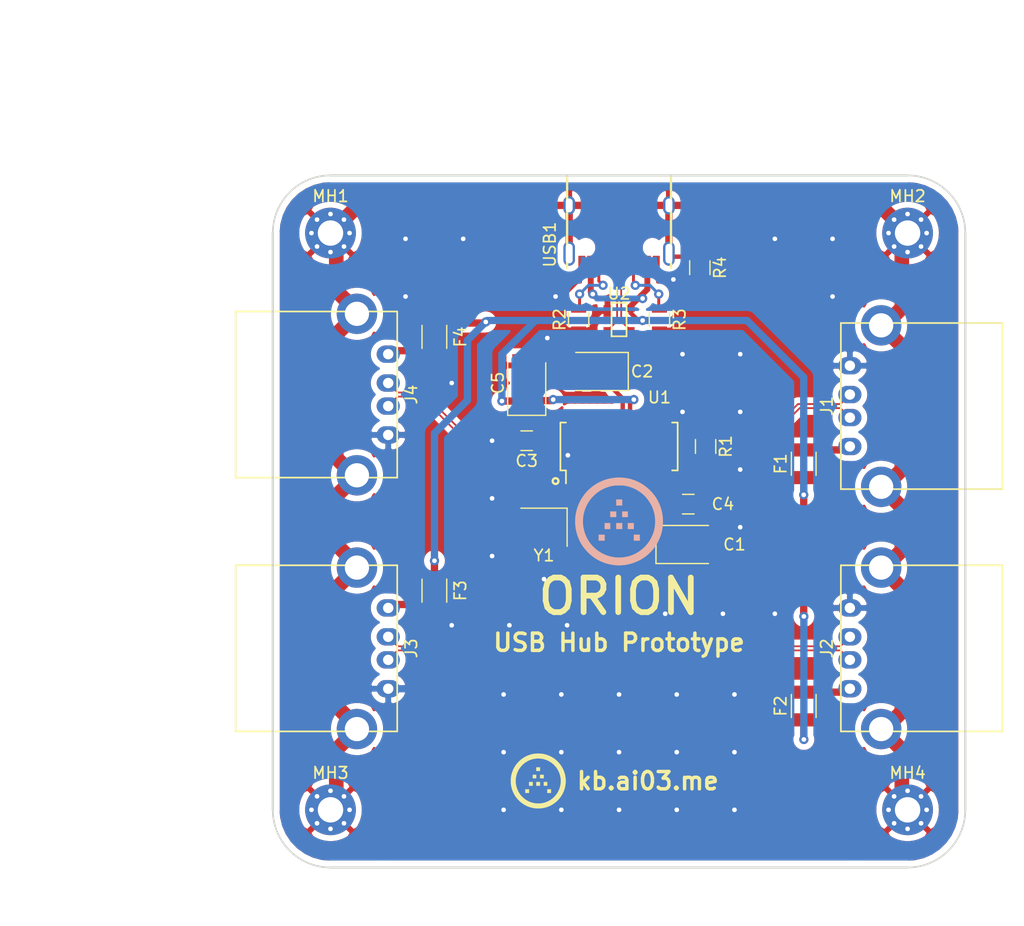
<source format=kicad_pcb>
(kicad_pcb (version 20171130) (host pcbnew "(5.0.2)-1")
  (layers (0 F.Cu signal) (31 B.Cu signal) (34 B.Paste user) (35 F.Paste user) (36 B.SilkS user) (37 F.SilkS user) (38 B.Mask user) (39 F.Mask user) (44 Edge.Cuts user))
  (net 0 "")
  (net 1 +1V8)
  (net 2 GND)
  (net 3 +3V3)
  (net 4 +5V)
  (net 5 "Net-(R1-Pad1)")
  (net 6 "Net-(R2-Pad2)")
  (net 7 "Net-(R3-Pad2)")
  (net 8 "Net-(U1-Pad27)")
  (net 9 "Net-(U1-Pad25)")
  (net 10 "Net-(U1-Pad24)")
  (net 11 "Net-(U1-Pad23)")
  (net 12 "Net-(U1-Pad22)")
  (net 13 "Net-(U1-Pad3)")
  (net 14 "Net-(U1-Pad2)")
  (net 15 "Net-(USB1-Pad9)")
  (net 16 "Net-(USB1-Pad3)")
  (net 17 "Net-(F1-Pad2)")
  (net 18 "Net-(F2-Pad2)")
  (net 19 "Net-(F3-Pad2)")
  (net 20 D1-)
  (net 21 D1+)
  (net 22 D2+)
  (net 23 D2-)
  (net 24 D3-)
  (net 25 D3+)
  (net 26 D4+)
  (net 27 D4-)
  (net 28 DU+)
  (net 29 DU-)
  (net 30 "Net-(F4-Pad2)")
  (net 31 GNDA)
  (module Capacitors_Tantalum_SMD:CP_Tantalum_Case-B_EIA-3528-21_Reflow (layer F.Cu) (at 86 72)
    (fp_text reference C1 (at 4 0) (layer F.SilkS))
    (fp_text value 10uF)
    (pad 1 smd rect (at -1.525 0) (size 1.95 2.5) (layers F.Cu F.Paste F.Mask) (net 1 +1V8))
    (pad 2 smd rect (at 1.525 0) (size 1.95 2.5) (layers F.Cu F.Paste F.Mask) (net 2 GND))
  )
  (module Capacitors_Tantalum_SMD:CP_Tantalum_Case-B_EIA-3528-21_Reflow (layer F.Cu) (at 78 57 180)
    (fp_text reference C2 (at -4 0 180) (layer F.SilkS))
    (fp_text value 10uF)
    (pad 2 smd rect (at 1.525 0 180) (size 1.95 2.5) (layers F.Cu F.Paste F.Mask) (net 2 GND))
    (pad 1 smd rect (at -1.525 0 180) (size 1.95 2.5) (layers F.Cu F.Paste F.Mask) (net 3 +3V3))
  )
  (module Capacitors_SMD:C_0805 (layer F.Cu) (at 72 63 180)
    (fp_text reference C3 (at 0 -1.75 180) (layer F.SilkS))
    (fp_text value 0.1uF)
    (pad 2 smd rect (at 1 0 180) (size 1 1.25) (layers F.Cu F.Paste F.Mask) (net 2 GND))
    (pad 1 smd rect (at -1 0 180) (size 1 1.25) (layers F.Cu F.Paste F.Mask) (net 1 +1V8))
  )
  (module Capacitors_SMD:C_0805 (layer F.Cu) (at 86 68.5)
    (fp_text reference C4 (at 3 0) (layer F.SilkS))
    (fp_text value 0.1uF)
    (pad 1 smd rect (at -1 0) (size 1 1.25) (layers F.Cu F.Paste F.Mask) (net 3 +3V3))
    (pad 2 smd rect (at 1 0) (size 1 1.25) (layers F.Cu F.Paste F.Mask) (net 2 GND))
  )
  (module Capacitors_Tantalum_SMD:CP_Tantalum_Case-B_EIA-3528-21_Reflow (layer F.Cu) (at 72 58 90)
    (fp_text reference C5 (at 0 -2.5 90) (layer F.SilkS))
    (fp_text value 10uF)
    (pad 2 smd rect (at 1.525 0 90) (size 1.95 2.5) (layers F.Cu F.Paste F.Mask) (net 2 GND))
    (pad 1 smd rect (at -1.525 0 90) (size 1.95 2.5) (layers F.Cu F.Paste F.Mask) (net 4 +5V))
  )
  (module random-keyboard-parts:USB-A-Generic (layer F.Cu) (at 100 60 90)
    (fp_text reference J1 (at 0 -2 90) (layer F.SilkS))
    (fp_text value USB_A)
    (pad 1 thru_hole oval (at -3.5 0 90) (size 1.5 2) (drill 0.9) (layers *.Cu *.Mask) (net 17 "Net-(F1-Pad2)"))
    (pad 5 thru_hole circle (at 7 2.71 90) (size 3.5 3.5) (drill 2.1) (layers *.Cu *.Mask) (net 31 GNDA))
    (pad 2 thru_hole oval (at -1 0 90) (size 1.5 2) (drill 0.9) (layers *.Cu *.Mask) (net 20 D1-))
    (pad 3 thru_hole oval (at 1 0 90) (size 1.5 2) (drill 0.9) (layers *.Cu *.Mask) (net 21 D1+))
    (pad 4 thru_hole oval (at 3.5 0 90) (size 1.5 2) (drill 0.9) (layers *.Cu *.Mask) (net 2 GND))
    (pad 5 thru_hole circle (at -7 2.71 90) (size 3.5 3.5) (drill 2.1) (layers *.Cu *.Mask) (net 31 GNDA))
  )
  (module random-keyboard-parts:USB-A-Generic (layer F.Cu) (at 100 81 90)
    (fp_text reference J2 (at 0 -2 90) (layer F.SilkS))
    (fp_text value USB_A)
    (pad 5 thru_hole circle (at -7 2.71 90) (size 3.5 3.5) (drill 2.1) (layers *.Cu *.Mask) (net 31 GNDA))
    (pad 4 thru_hole oval (at 3.5 0 90) (size 1.5 2) (drill 0.9) (layers *.Cu *.Mask) (net 2 GND))
    (pad 3 thru_hole oval (at 1 0 90) (size 1.5 2) (drill 0.9) (layers *.Cu *.Mask) (net 22 D2+))
    (pad 2 thru_hole oval (at -1 0 90) (size 1.5 2) (drill 0.9) (layers *.Cu *.Mask) (net 23 D2-))
    (pad 5 thru_hole circle (at 7 2.71 90) (size 3.5 3.5) (drill 2.1) (layers *.Cu *.Mask) (net 31 GNDA))
    (pad 1 thru_hole oval (at -3.5 0 90) (size 1.5 2) (drill 0.9) (layers *.Cu *.Mask) (net 18 "Net-(F2-Pad2)"))
  )
  (module random-keyboard-parts:USB-A-Generic (layer F.Cu) (at 60 81 270)
    (fp_text reference J3 (at 0 -2 270) (layer F.SilkS))
    (fp_text value USB_A)
    (pad 1 thru_hole oval (at -3.5 0 270) (size 1.5 2) (drill 0.9) (layers *.Cu *.Mask) (net 19 "Net-(F3-Pad2)"))
    (pad 5 thru_hole circle (at 7 2.71 270) (size 3.5 3.5) (drill 2.1) (layers *.Cu *.Mask) (net 31 GNDA))
    (pad 2 thru_hole oval (at -1 0 270) (size 1.5 2) (drill 0.9) (layers *.Cu *.Mask) (net 24 D3-))
    (pad 3 thru_hole oval (at 1 0 270) (size 1.5 2) (drill 0.9) (layers *.Cu *.Mask) (net 25 D3+))
    (pad 4 thru_hole oval (at 3.5 0 270) (size 1.5 2) (drill 0.9) (layers *.Cu *.Mask) (net 2 GND))
    (pad 5 thru_hole circle (at -7 2.71 270) (size 3.5 3.5) (drill 2.1) (layers *.Cu *.Mask) (net 31 GNDA))
  )
  (module random-keyboard-parts:USB-A-Generic (layer F.Cu) (at 60 59 270)
    (fp_text reference J4 (at 0 -2 270) (layer F.SilkS))
    (fp_text value USB_A)
    (pad 5 thru_hole circle (at -7 2.71 270) (size 3.5 3.5) (drill 2.1) (layers *.Cu *.Mask) (net 31 GNDA))
    (pad 4 thru_hole oval (at 3.5 0 270) (size 1.5 2) (drill 0.9) (layers *.Cu *.Mask) (net 2 GND))
    (pad 3 thru_hole oval (at 1 0 270) (size 1.5 2) (drill 0.9) (layers *.Cu *.Mask) (net 26 D4+))
    (pad 2 thru_hole oval (at -1 0 270) (size 1.5 2) (drill 0.9) (layers *.Cu *.Mask) (net 27 D4-))
    (pad 5 thru_hole circle (at 7 2.71 270) (size 3.5 3.5) (drill 2.1) (layers *.Cu *.Mask) (net 31 GNDA))
    (pad 1 thru_hole oval (at -3.5 0 270) (size 1.5 2) (drill 0.9) (layers *.Cu *.Mask) (net 30 "Net-(F4-Pad2)"))
  )
  (module Resistors_SMD:R_0805 (layer F.Cu) (at 87.5 63.5 90)
    (fp_text reference R1 (at 0 1.75 90) (layer F.SilkS))
    (fp_text value 2.7k)
    (pad 2 smd rect (at 0.95 0 90) (size 0.7 1.3) (layers F.Cu F.Paste F.Mask) (net 2 GND))
    (pad 1 smd rect (at -0.95 0 90) (size 0.7 1.3) (layers F.Cu F.Paste F.Mask) (net 5 "Net-(R1-Pad1)"))
  )
  (module Resistors_SMD:R_0805 (layer F.Cu) (at 76.5 52.5 90)
    (fp_text reference R2 (at 0 -1.65 90) (layer F.SilkS))
    (fp_text value 5.1k)
    (pad 1 smd rect (at -0.95 0 90) (size 0.7 1.3) (layers F.Cu F.Paste F.Mask) (net 2 GND))
    (pad 2 smd rect (at 0.95 0 90) (size 0.7 1.3) (layers F.Cu F.Paste F.Mask) (net 6 "Net-(R2-Pad2)"))
  )
  (module Resistors_SMD:R_0805 (layer F.Cu) (at 83.5 52.5 90)
    (fp_text reference R3 (at 0 1.75 90) (layer F.SilkS))
    (fp_text value 5.1k)
    (pad 2 smd rect (at 0.95 0 90) (size 0.7 1.3) (layers F.Cu F.Paste F.Mask) (net 7 "Net-(R3-Pad2)"))
    (pad 1 smd rect (at -0.95 0 90) (size 0.7 1.3) (layers F.Cu F.Paste F.Mask) (net 2 GND))
  )
  (module Housings_SSOP:SSOP-28_3.9x9.9mm_Pitch0.635mm (layer F.Cu) (at 80 63.5 90)
    (fp_text reference U1 (at 4.25 3.5 180) (layer F.SilkS))
    (fp_text value FE1.1s)
    (pad 28 smd rect (at 2.6 -4.1275 90) (size 1.2 0.4) (layers F.Cu F.Paste F.Mask) (net 1 +1V8))
    (pad 27 smd rect (at 2.6 -3.4925 90) (size 1.2 0.4) (layers F.Cu F.Paste F.Mask) (net 8 "Net-(U1-Pad27)"))
    (pad 26 smd rect (at 2.6 -2.8575 90) (size 1.2 0.4) (layers F.Cu F.Paste F.Mask) (net 3 +3V3))
    (pad 25 smd rect (at 2.6 -2.2225 90) (size 1.2 0.4) (layers F.Cu F.Paste F.Mask) (net 9 "Net-(U1-Pad25)"))
    (pad 24 smd rect (at 2.6 -1.5875 90) (size 1.2 0.4) (layers F.Cu F.Paste F.Mask) (net 10 "Net-(U1-Pad24)"))
    (pad 23 smd rect (at 2.6 -0.9525 90) (size 1.2 0.4) (layers F.Cu F.Paste F.Mask) (net 11 "Net-(U1-Pad23)"))
    (pad 22 smd rect (at 2.6 -0.3175 90) (size 1.2 0.4) (layers F.Cu F.Paste F.Mask) (net 12 "Net-(U1-Pad22)"))
    (pad 21 smd rect (at 2.6 0.3175 90) (size 1.2 0.4) (layers F.Cu F.Paste F.Mask) (net 3 +3V3))
    (pad 20 smd rect (at 2.6 0.9525 90) (size 1.2 0.4) (layers F.Cu F.Paste F.Mask) (net 4 +5V))
    (pad 19 smd rect (at 2.6 1.5875 90) (size 1.2 0.4) (layers F.Cu F.Paste F.Mask) (net 3 +3V3))
    (pad 18 smd rect (at 2.6 2.2225 90) (size 1.2 0.4) (layers F.Cu F.Paste F.Mask) (net 3 +3V3))
    (pad 17 smd rect (at 2.6 2.8575 90) (size 1.2 0.4) (layers F.Cu F.Paste F.Mask) (net 3 +3V3))
    (pad 16 smd rect (at 2.6 3.4925 90) (size 1.2 0.4) (layers F.Cu F.Paste F.Mask) (net 28 DU+))
    (pad 15 smd rect (at 2.6 4.1275 90) (size 1.2 0.4) (layers F.Cu F.Paste F.Mask) (net 29 DU-))
    (pad 14 smd rect (at -2.6 4.1275 90) (size 1.2 0.4) (layers F.Cu F.Paste F.Mask) (net 5 "Net-(R1-Pad1)"))
    (pad 13 smd rect (at -2.6 3.4925 90) (size 1.2 0.4) (layers F.Cu F.Paste F.Mask) (net 3 +3V3))
    (pad 12 smd rect (at -2.6 2.8575 90) (size 1.2 0.4) (layers F.Cu F.Paste F.Mask) (net 1 +1V8))
    (pad 11 smd rect (at -2.6 2.2225 90) (size 1.2 0.4) (layers F.Cu F.Paste F.Mask) (net 21 D1+))
    (pad 10 smd rect (at -2.6 1.5875 90) (size 1.2 0.4) (layers F.Cu F.Paste F.Mask) (net 20 D1-))
    (pad 9 smd rect (at -2.6 0.9525 90) (size 1.2 0.4) (layers F.Cu F.Paste F.Mask) (net 22 D2+))
    (pad 8 smd rect (at -2.6 0.3175 90) (size 1.2 0.4) (layers F.Cu F.Paste F.Mask) (net 23 D2-))
    (pad 7 smd rect (at -2.6 -0.3175 90) (size 1.2 0.4) (layers F.Cu F.Paste F.Mask) (net 25 D3+))
    (pad 6 smd rect (at -2.6 -0.9525 90) (size 1.2 0.4) (layers F.Cu F.Paste F.Mask) (net 24 D3-))
    (pad 5 smd rect (at -2.6 -1.5875 90) (size 1.2 0.4) (layers F.Cu F.Paste F.Mask) (net 26 D4+))
    (pad 4 smd rect (at -2.6 -2.2225 90) (size 1.2 0.4) (layers F.Cu F.Paste F.Mask) (net 27 D4-))
    (pad 3 smd rect (at -2.6 -2.8575 90) (size 1.2 0.4) (layers F.Cu F.Paste F.Mask) (net 13 "Net-(U1-Pad3)"))
    (pad 2 smd rect (at -2.6 -3.4925 90) (size 1.2 0.4) (layers F.Cu F.Paste F.Mask) (net 14 "Net-(U1-Pad2)"))
    (pad 1 smd rect (at -2.6 -4.1275 90) (size 1.2 0.4) (layers F.Cu F.Paste F.Mask) (net 2 GND))
  )
  (module Type-C:HRO-TYPE-C-31-M-12-Assembly (layer F.Cu) (at 80 40 180)
    (fp_text reference USB1 (at 6 -6 270) (layer F.SilkS))
    (fp_text value HRO-TYPE-C-31-M-12)
    (pad 13 thru_hole oval (at 4.32 -2.6 180) (size 1 1.6) (drill oval 0.6 1.2) (layers *.Cu *.Mask) (net 31 GNDA))
    (pad 13 thru_hole oval (at -4.32 -2.6 180) (size 1 1.6) (drill oval 0.6 1.2) (layers *.Cu *.Mask) (net 31 GNDA))
    (pad 13 thru_hole oval (at 4.32 -6.78 180) (size 1 2.1) (drill oval 0.6 1.7) (layers *.Cu *.Mask) (net 31 GNDA))
    (pad 13 thru_hole oval (at -4.32 -6.78 180) (size 1 2.1) (drill oval 0.6 1.7) (layers *.Cu *.Mask) (net 31 GNDA))
    (pad "" np_thru_hole circle (at -2.89 -6.25 180) (size 0.65 0.65) (drill 0.65) (layers *.Cu *.Mask))
    (pad "" np_thru_hole circle (at 2.89 -6.25 180) (size 0.65 0.65) (drill 0.65) (layers *.Cu *.Mask))
    (pad 6 smd rect (at -0.25 -7.695 180) (size 0.3 1.45) (layers F.Cu F.Paste F.Mask) (net 28 DU+))
    (pad 7 smd rect (at 0.25 -7.695 180) (size 0.3 1.45) (layers F.Cu F.Paste F.Mask) (net 29 DU-))
    (pad 8 smd rect (at 0.75 -7.695 180) (size 0.3 1.45) (layers F.Cu F.Paste F.Mask) (net 28 DU+))
    (pad 5 smd rect (at -0.75 -7.695 180) (size 0.3 1.45) (layers F.Cu F.Paste F.Mask) (net 29 DU-))
    (pad 9 smd rect (at 1.25 -7.695 180) (size 0.3 1.45) (layers F.Cu F.Paste F.Mask) (net 15 "Net-(USB1-Pad9)"))
    (pad 4 smd rect (at -1.25 -7.695 180) (size 0.3 1.45) (layers F.Cu F.Paste F.Mask) (net 7 "Net-(R3-Pad2)"))
    (pad 10 smd rect (at 1.75 -7.695 180) (size 0.3 1.45) (layers F.Cu F.Paste F.Mask) (net 6 "Net-(R2-Pad2)"))
    (pad 3 smd rect (at -1.75 -7.695 180) (size 0.3 1.45) (layers F.Cu F.Paste F.Mask) (net 16 "Net-(USB1-Pad3)"))
    (pad 2 smd rect (at -2.45 -7.695 180) (size 0.6 1.45) (layers F.Cu F.Paste F.Mask) (net 4 +5V))
    (pad 11 smd rect (at 2.45 -7.695 180) (size 0.6 1.45) (layers F.Cu F.Paste F.Mask) (net 4 +5V))
    (pad 1 smd rect (at -3.225 -7.695 180) (size 0.6 1.45) (layers F.Cu F.Paste F.Mask) (net 2 GND))
    (pad 12 smd rect (at 3.225 -7.695 180) (size 0.6 1.45) (layers F.Cu F.Paste F.Mask) (net 2 GND))
  )
  (module Crystals:Crystal_SMD_3225-4pin_3.2x2.5mm (layer F.Cu) (at 73.5 70.5 180)
    (fp_text reference Y1 (at 0 -2.45 180) (layer F.SilkS))
    (fp_text value 12MHz)
    (pad 4 smd rect (at -1.1 -0.85 180) (size 1.4 1.2) (layers F.Cu F.Paste F.Mask) (net 2 GND))
    (pad 3 smd rect (at 1.1 -0.85 180) (size 1.4 1.2) (layers F.Cu F.Paste F.Mask) (net 13 "Net-(U1-Pad3)"))
    (pad 2 smd rect (at 1.1 0.85 180) (size 1.4 1.2) (layers F.Cu F.Paste F.Mask) (net 2 GND))
    (pad 1 smd rect (at -1.1 0.85 180) (size 1.4 1.2) (layers F.Cu F.Paste F.Mask) (net 14 "Net-(U1-Pad2)"))
  )
  (module random-keyboard-parts:SOT143B (layer F.Cu) (at 80 52.5 270)
    (fp_text reference U2 (at -2.25 0) (layer F.SilkS))
    (fp_text value PRTR5V0U2X)
    (pad 3 smd rect (at 0.95 -1 270) (size 0.6 0.7) (layers F.Cu F.Paste F.Mask) (net 29 DU-))
    (pad 2 smd rect (at 0.95 1 270) (size 0.6 0.7) (layers F.Cu F.Paste F.Mask) (net 28 DU+))
    (pad 4 smd rect (at -0.95 -1 270) (size 0.6 0.7) (layers F.Cu F.Paste F.Mask) (net 4 +5V))
    (pad 1 smd rect (at -0.75 1 270) (size 1 0.7) (layers F.Cu F.Paste F.Mask) (net 2 GND))
  )
  (module Fuse_Holders_and_Fuses:Fuse_SMD1206_Reflow (layer F.Cu) (at 96 65 90)
    (fp_text reference F1 (at 0 -2 90) (layer F.SilkS))
    (fp_text value 500mA)
    (pad 1 smd rect (at -1.2 0 180) (size 2.03 1.14) (layers F.Cu F.Paste F.Mask) (net 4 +5V))
    (pad 2 smd rect (at 1.2 0 180) (size 2.03 1.14) (layers F.Cu F.Paste F.Mask) (net 17 "Net-(F1-Pad2)"))
  )
  (module Fuse_Holders_and_Fuses:Fuse_SMD1206_Reflow (layer F.Cu) (at 96 86 90)
    (fp_text reference F2 (at 0 -2 90) (layer F.SilkS))
    (fp_text value 500mA)
    (pad 2 smd rect (at 1.2 0 180) (size 2.03 1.14) (layers F.Cu F.Paste F.Mask) (net 18 "Net-(F2-Pad2)"))
    (pad 1 smd rect (at -1.2 0 180) (size 2.03 1.14) (layers F.Cu F.Paste F.Mask) (net 4 +5V))
  )
  (module Fuse_Holders_and_Fuses:Fuse_SMD1206_Reflow (layer F.Cu) (at 64 76 270)
    (fp_text reference F3 (at 0 -2.25 270) (layer F.SilkS))
    (fp_text value 500mA)
    (pad 1 smd rect (at -1.2 0) (size 2.03 1.14) (layers F.Cu F.Paste F.Mask) (net 4 +5V))
    (pad 2 smd rect (at 1.2 0) (size 2.03 1.14) (layers F.Cu F.Paste F.Mask) (net 19 "Net-(F3-Pad2)"))
  )
  (module Fuse_Holders_and_Fuses:Fuse_SMD1206_Reflow (layer F.Cu) (at 64 54 270)
    (fp_text reference F4 (at 0 -2.25 270) (layer F.SilkS))
    (fp_text value 500mA)
    (pad 2 smd rect (at 1.2 0) (size 2.03 1.14) (layers F.Cu F.Paste F.Mask) (net 30 "Net-(F4-Pad2)"))
    (pad 1 smd rect (at -1.2 0) (size 2.03 1.14) (layers F.Cu F.Paste F.Mask) (net 4 +5V))
  )
  (module Mounting_Holes:MountingHole_2.2mm_M2_Pad_Via (layer F.Cu) (at 55 45)
    (fp_text reference MH1 (at 0 -3.2) (layer F.SilkS))
    (fp_text value Mounting-Hole-M2)
    (pad 1 thru_hole circle (at 0 0) (size 4.4 4.4) (drill 2.2) (layers *.Cu *.Mask) (net 31 GNDA))
    (pad 1 thru_hole circle (at 1.65 0) (size 0.7 0.7) (drill 0.4) (layers *.Cu *.Mask) (net 31 GNDA))
    (pad 1 thru_hole circle (at 1.166726 1.166726) (size 0.7 0.7) (drill 0.4) (layers *.Cu *.Mask) (net 31 GNDA))
    (pad 1 thru_hole circle (at 0 1.65) (size 0.7 0.7) (drill 0.4) (layers *.Cu *.Mask) (net 31 GNDA))
    (pad 1 thru_hole circle (at -1.166726 1.166726) (size 0.7 0.7) (drill 0.4) (layers *.Cu *.Mask) (net 31 GNDA))
    (pad 1 thru_hole circle (at -1.65 0) (size 0.7 0.7) (drill 0.4) (layers *.Cu *.Mask) (net 31 GNDA))
    (pad 1 thru_hole circle (at -1.166726 -1.166726) (size 0.7 0.7) (drill 0.4) (layers *.Cu *.Mask) (net 31 GNDA))
    (pad 1 thru_hole circle (at 0 -1.65) (size 0.7 0.7) (drill 0.4) (layers *.Cu *.Mask) (net 31 GNDA))
    (pad 1 thru_hole circle (at 1.166726 -1.166726) (size 0.7 0.7) (drill 0.4) (layers *.Cu *.Mask) (net 31 GNDA))
  )
  (module Mounting_Holes:MountingHole_2.2mm_M2_Pad_Via (layer F.Cu) (at 105 45)
    (fp_text reference MH2 (at 0 -3.2) (layer F.SilkS))
    (fp_text value Mounting-Hole-M2)
    (pad 1 thru_hole circle (at 1.166726 -1.166726) (size 0.7 0.7) (drill 0.4) (layers *.Cu *.Mask) (net 31 GNDA))
    (pad 1 thru_hole circle (at 0 -1.65) (size 0.7 0.7) (drill 0.4) (layers *.Cu *.Mask) (net 31 GNDA))
    (pad 1 thru_hole circle (at -1.166726 -1.166726) (size 0.7 0.7) (drill 0.4) (layers *.Cu *.Mask) (net 31 GNDA))
    (pad 1 thru_hole circle (at -1.65 0) (size 0.7 0.7) (drill 0.4) (layers *.Cu *.Mask) (net 31 GNDA))
    (pad 1 thru_hole circle (at -1.166726 1.166726) (size 0.7 0.7) (drill 0.4) (layers *.Cu *.Mask) (net 31 GNDA))
    (pad 1 thru_hole circle (at 0 1.65) (size 0.7 0.7) (drill 0.4) (layers *.Cu *.Mask) (net 31 GNDA))
    (pad 1 thru_hole circle (at 1.166726 1.166726) (size 0.7 0.7) (drill 0.4) (layers *.Cu *.Mask) (net 31 GNDA))
    (pad 1 thru_hole circle (at 1.65 0) (size 0.7 0.7) (drill 0.4) (layers *.Cu *.Mask) (net 31 GNDA))
    (pad 1 thru_hole circle (at 0 0) (size 4.4 4.4) (drill 2.2) (layers *.Cu *.Mask) (net 31 GNDA))
  )
  (module Mounting_Holes:MountingHole_2.2mm_M2_Pad_Via (layer F.Cu) (at 55 95)
    (fp_text reference MH3 (at 0 -3.2) (layer F.SilkS))
    (fp_text value Mounting-Hole-M2)
    (pad 1 thru_hole circle (at 0 0) (size 4.4 4.4) (drill 2.2) (layers *.Cu *.Mask) (net 31 GNDA))
    (pad 1 thru_hole circle (at 1.65 0) (size 0.7 0.7) (drill 0.4) (layers *.Cu *.Mask) (net 31 GNDA))
    (pad 1 thru_hole circle (at 1.166726 1.166726) (size 0.7 0.7) (drill 0.4) (layers *.Cu *.Mask) (net 31 GNDA))
    (pad 1 thru_hole circle (at 0 1.65) (size 0.7 0.7) (drill 0.4) (layers *.Cu *.Mask) (net 31 GNDA))
    (pad 1 thru_hole circle (at -1.166726 1.166726) (size 0.7 0.7) (drill 0.4) (layers *.Cu *.Mask) (net 31 GNDA))
    (pad 1 thru_hole circle (at -1.65 0) (size 0.7 0.7) (drill 0.4) (layers *.Cu *.Mask) (net 31 GNDA))
    (pad 1 thru_hole circle (at -1.166726 -1.166726) (size 0.7 0.7) (drill 0.4) (layers *.Cu *.Mask) (net 31 GNDA))
    (pad 1 thru_hole circle (at 0 -1.65) (size 0.7 0.7) (drill 0.4) (layers *.Cu *.Mask) (net 31 GNDA))
    (pad 1 thru_hole circle (at 1.166726 -1.166726) (size 0.7 0.7) (drill 0.4) (layers *.Cu *.Mask) (net 31 GNDA))
  )
  (module Mounting_Holes:MountingHole_2.2mm_M2_Pad_Via (layer F.Cu) (at 105 95)
    (fp_text reference MH4 (at 0 -3.2) (layer F.SilkS))
    (fp_text value Mounting-Hole-M2)
    (pad 1 thru_hole circle (at 1.166726 -1.166726) (size 0.7 0.7) (drill 0.4) (layers *.Cu *.Mask) (net 31 GNDA))
    (pad 1 thru_hole circle (at 0 -1.65) (size 0.7 0.7) (drill 0.4) (layers *.Cu *.Mask) (net 31 GNDA))
    (pad 1 thru_hole circle (at -1.166726 -1.166726) (size 0.7 0.7) (drill 0.4) (layers *.Cu *.Mask) (net 31 GNDA))
    (pad 1 thru_hole circle (at -1.65 0) (size 0.7 0.7) (drill 0.4) (layers *.Cu *.Mask) (net 31 GNDA))
    (pad 1 thru_hole circle (at -1.166726 1.166726) (size 0.7 0.7) (drill 0.4) (layers *.Cu *.Mask) (net 31 GNDA))
    (pad 1 thru_hole circle (at 0 1.65) (size 0.7 0.7) (drill 0.4) (layers *.Cu *.Mask) (net 31 GNDA))
    (pad 1 thru_hole circle (at 1.166726 1.166726) (size 0.7 0.7) (drill 0.4) (layers *.Cu *.Mask) (net 31 GNDA))
    (pad 1 thru_hole circle (at 1.65 0) (size 0.7 0.7) (drill 0.4) (layers *.Cu *.Mask) (net 31 GNDA))
    (pad 1 thru_hole circle (at 0 0) (size 4.4 4.4) (drill 2.2) (layers *.Cu *.Mask) (net 31 GNDA))
  )
  (module Resistors_SMD:R_0805 (layer F.Cu) (at 87 48 90)
    (fp_text reference R4 (at 0 1.75 90) (layer F.SilkS))
    (fp_text value 0)
    (pad 2 smd rect (at 0.95 0 90) (size 0.7 1.3) (layers F.Cu F.Paste F.Mask) (net 31 GNDA))
    (pad 1 smd rect (at -0.95 0 90) (size 0.7 1.3) (layers F.Cu F.Paste F.Mask) (net 2 GND))
  )
  (module locallib:ai-4.8-ring (layer F.Cu) (at 73 92.5)
    (fp_text reference G*** hide)
    (fp_text value LOGO hide)
  )
  (module locallib:ai-outline-7.6 (layer B.Cu) (at 80 70 180)
    (fp_text reference G*** hide)
    (fp_text value LOGO hide)
  )
  (gr_circle (center 74.5 66.5) (end 74.5 66.25) (layer F.SilkS) (width 0.2))
  (gr_text "USB Hub Prototype" (at 80 80.5) (layer F.SilkS) (effects (font (size 1.5 1.5) (thickness 0.3))))
  (gr_text ORION (at 80 76.5) (layer F.SilkS) (effects (font (size 3 3) (thickness 0.5))))
  (gr_text kb.ai03.me (at 82.5 92.5) (layer F.SilkS) (effects (font (size 1.5 1.5) (thickness 0.3))))
  (gr_line (start 84.5 48) (end 84.5 40) (layer F.SilkS) (width 0.2))
  (gr_line (start 75.5 40) (end 75.5 48) (layer F.SilkS) (width 0.2))
  (gr_arc (start 105 45) (end 110 45) (angle -90) (layer Edge.Cuts) (width 0.15))
  (gr_arc (start 105 95) (end 105 100) (angle -90) (layer Edge.Cuts) (width 0.15))
  (gr_arc (start 55 95) (end 50 95) (angle -90) (layer Edge.Cuts) (width 0.15))
  (gr_arc (start 55 45) (end 55 40) (angle -90) (layer Edge.Cuts) (width 0.15))
  (gr_line (start 50 95) (end 50 45) (layer Edge.Cuts) (width 0.2))
  (gr_line (start 105 100) (end 55 100) (layer Edge.Cuts) (width 0.2))
  (gr_line (start 110 45) (end 110 95) (layer Edge.Cuts) (width 0.2))
  (gr_line (start 55 40) (end 105 40) (layer Edge.Cuts) (width 0.2))
  (segment (start 75.8725 60.9) (end 75.8725 61.7955) (width 0.381) (layer F.Cu) (net 1))
  (segment (start 74.668 63) (end 73 63) (width 0.381) (layer F.Cu) (net 1))
  (segment (start 75.8725 61.7955) (end 74.668 63) (width 0.381) (layer F.Cu) (net 1))
  (segment (start 82.8575 64.4425) (end 82.8575 66.1) (width 0.381) (layer F.Cu) (net 1))
  (segment (start 82.042 63.627) (end 82.8575 64.4425) (width 0.381) (layer F.Cu) (net 1))
  (segment (start 75.8725 60.9) (end 75.8725 61.7755) (width 0.381) (layer F.Cu) (net 1))
  (segment (start 75.8725 61.7755) (end 76.835 62.738) (width 0.381) (layer F.Cu) (net 1))
  (segment (start 81.153 62.738) (end 82.042 63.627) (width 0.381) (layer F.Cu) (net 1))
  (segment (start 76.835 62.738) (end 81.153 62.738) (width 0.381) (layer F.Cu) (net 1))
  (segment (start 84.475 71.394) (end 84.475 72) (width 0.381) (layer F.Cu) (net 1))
  (segment (start 82.8575 66.1) (end 82.8575 69.7765) (width 0.381) (layer F.Cu) (net 1))
  (segment (start 82.8575 69.7765) (end 84.475 71.394) (width 0.381) (layer F.Cu) (net 1))
  (segment (start 79 51.75) (end 78.425 51.75) (width 0.508) (layer F.Cu) (net 2))
  (segment (start 78.425 51.75) (end 77.978 52.197) (width 0.508) (layer F.Cu) (net 2))
  (segment (start 77.36 53.45) (end 77.978 52.832) (width 0.508) (layer F.Cu) (net 2))
  (segment (start 76.5 53.45) (end 77.36 53.45) (width 0.508) (layer F.Cu) (net 2))
  (segment (start 77.978 52.197) (end 77.978 52.832) (width 0.508) (layer F.Cu) (net 2))
  (segment (start 76.775 47.695) (end 76.775 48.701) (width 0.508) (layer F.Cu) (net 2))
  (segment (start 76.775 48.701) (end 75.184 50.292) (width 0.508) (layer F.Cu) (net 2))
  (segment (start 75.184 50.292) (end 75.184 53.086) (width 0.508) (layer F.Cu) (net 2))
  (segment (start 75.548 53.45) (end 76.5 53.45) (width 0.508) (layer F.Cu) (net 2))
  (segment (start 75.184 53.086) (end 75.548 53.45) (width 0.508) (layer F.Cu) (net 2))
  (segment (start 72.525 57) (end 72 56.475) (width 0.381) (layer F.Cu) (net 2))
  (segment (start 76.475 57) (end 72.525 57) (width 0.381) (layer F.Cu) (net 2))
  (segment (start 72 56.475) (end 72 55.254) (width 0.381) (layer F.Cu) (net 2))
  (segment (start 74.168 53.086) (end 75.184 53.086) (width 0.381) (layer F.Cu) (net 2))
  (segment (start 74.6 71.35) (end 74.35 71.35) (width 0.381) (layer F.Cu) (net 2))
  (segment (start 72.65 69.65) (end 72.4 69.65) (width 0.381) (layer F.Cu) (net 2))
  (segment (start 74.35 71.35) (end 72.65 69.65) (width 0.254) (layer F.Cu) (net 2))
  (segment (start 75.8725 66.1) (end 75.8725 66.6215) (width 0.381) (layer F.Cu) (net 2))
  (segment (start 75.8725 66.6215) (end 74.168 68.326) (width 0.381) (layer F.Cu) (net 2))
  (segment (start 74.168 68.326) (end 73.533 68.326) (width 0.381) (layer F.Cu) (net 2))
  (segment (start 72.4 69.459) (end 72.4 69.65) (width 0.381) (layer F.Cu) (net 2))
  (segment (start 73.533 68.326) (end 72.4 69.459) (width 0.381) (layer F.Cu) (net 2))
  (segment (start 100 56.5) (end 91.5 56.5) (width 0.381) (layer F.Cu) (net 2))
  (segment (start 83.225 48.225) (end 83.225 47.695) (width 0.381) (layer F.Cu) (net 2))
  (segment (start 100 77.5) (end 97 77.5) (width 0.381) (layer B.Cu) (net 2))
  (segment (start 60 62.5) (end 62.5 62.5) (width 0.381) (layer B.Cu) (net 2))
  (via (at 74.5 50.5) (size 0.8) (drill 0.4) (layers F.Cu B.Cu) (net 2))
  (segment (start 74.976 50.5) (end 75.184 50.292) (width 0.381) (layer F.Cu) (net 2))
  (segment (start 74.5 50.5) (end 74.976 50.5) (width 0.381) (layer F.Cu) (net 2))
  (segment (start 61.5 84.5) (end 60 84.5) (width 0.381) (layer B.Cu) (net 2))
  (segment (start 62.5 83.5) (end 61.5 84.5) (width 0.381) (layer B.Cu) (net 2))
  (segment (start 87 69.706) (end 87.525 70.231) (width 0.381) (layer F.Cu) (net 2))
  (segment (start 87 68.5) (end 87 69.706) (width 0.381) (layer F.Cu) (net 2))
  (segment (start 87.525 72) (end 87.525 70.231) (width 0.381) (layer F.Cu) (net 2))
  (segment (start 71 63) (end 71 64.269) (width 0.381) (layer F.Cu) (net 2))
  (segment (start 75.8725 66.1) (end 75.8725 65.0775) (width 0.381) (layer F.Cu) (net 2))
  (segment (start 75.8725 65.0775) (end 75.565 64.77) (width 0.381) (layer F.Cu) (net 2))
  (segment (start 71.501 64.77) (end 71 64.269) (width 0.381) (layer F.Cu) (net 2))
  (segment (start 75.565 64.77) (end 71.501 64.77) (width 0.381) (layer F.Cu) (net 2))
  (via (at 75.565 64.262) (size 0.8) (drill 0.4) (layers F.Cu B.Cu) (net 2))
  (segment (start 75.565 64.77) (end 75.565 64.262) (width 0.381) (layer F.Cu) (net 2))
  (segment (start 75.565 64.262) (end 75.565 63.119) (width 0.381) (layer B.Cu) (net 2))
  (segment (start 75.565 63.119) (end 73.025 60.579) (width 0.381) (layer B.Cu) (net 2))
  (via (at 73.787 54.102) (size 0.8) (drill 0.4) (layers F.Cu B.Cu) (net 2))
  (segment (start 73.025 60.579) (end 73.025 54.864) (width 0.381) (layer B.Cu) (net 2))
  (segment (start 73.025 54.864) (end 73.787 54.102) (width 0.381) (layer B.Cu) (net 2))
  (segment (start 73.533 53.848) (end 73.533 53.721) (width 0.381) (layer F.Cu) (net 2))
  (segment (start 73.787 54.102) (end 73.533 53.848) (width 0.381) (layer F.Cu) (net 2))
  (segment (start 72 55.254) (end 73.533 53.721) (width 0.381) (layer F.Cu) (net 2))
  (segment (start 73.533 53.721) (end 74.168 53.086) (width 0.381) (layer F.Cu) (net 2))
  (segment (start 83.5 53.45) (end 84.472 53.45) (width 0.381) (layer F.Cu) (net 2))
  (segment (start 85.546 52.376) (end 85.546 50.546) (width 0.381) (layer F.Cu) (net 2))
  (segment (start 84.472 53.45) (end 85.546 52.376) (width 0.381) (layer F.Cu) (net 2))
  (segment (start 68.5 50.5) (end 74.5 50.5) (width 0.381) (layer B.Cu) (net 2))
  (segment (start 62.5 62.5) (end 62.5 56.5) (width 0.381) (layer B.Cu) (net 2))
  (segment (start 62.5 56.5) (end 68.5 50.5) (width 0.381) (layer B.Cu) (net 2))
  (segment (start 74.5 50.5) (end 74.5 50.468) (width 0.381) (layer B.Cu) (net 2))
  (segment (start 74.5 50.468) (end 76.708 48.26) (width 0.381) (layer B.Cu) (net 2))
  (segment (start 76.708 48.26) (end 83.185 48.26) (width 0.381) (layer B.Cu) (net 2))
  (via (at 84.709 49.022) (size 0.8) (drill 0.4) (layers F.Cu B.Cu) (net 2))
  (segment (start 83.185 48.26) (end 83.947 49.022) (width 0.381) (layer B.Cu) (net 2))
  (segment (start 83.947 49.022) (end 84.709 49.022) (width 0.381) (layer B.Cu) (net 2))
  (segment (start 84.276 49.022) (end 84.149 49.149) (width 0.381) (layer F.Cu) (net 2))
  (segment (start 84.709 49.022) (end 84.276 49.022) (width 0.381) (layer F.Cu) (net 2))
  (segment (start 85.546 50.546) (end 84.149 49.149) (width 0.381) (layer F.Cu) (net 2))
  (segment (start 84.149 49.149) (end 83.225 48.225) (width 0.381) (layer F.Cu) (net 2))
  (segment (start 87 48.95) (end 87 50) (width 0.381) (layer F.Cu) (net 2))
  (segment (start 86.454 50.546) (end 85.546 50.546) (width 0.381) (layer F.Cu) (net 2))
  (segment (start 87 50) (end 86.454 50.546) (width 0.381) (layer F.Cu) (net 2))
  (via (at 70 85) (size 0.8) (drill 0.4) (layers F.Cu B.Cu) (net 2))
  (segment (start 60 84.5) (end 69.5 84.5) (width 0.635) (layer B.Cu) (net 2))
  (segment (start 69.5 84.5) (end 70 85) (width 0.635) (layer B.Cu) (net 2))
  (via (at 75 85) (size 0.8) (drill 0.4) (layers F.Cu B.Cu) (net 2))
  (segment (start 70 85) (end 75 85) (width 0.635) (layer F.Cu) (net 2))
  (via (at 80 85) (size 0.8) (drill 0.4) (layers F.Cu B.Cu) (net 2))
  (segment (start 75 85) (end 80 85) (width 0.635) (layer B.Cu) (net 2))
  (via (at 85 85) (size 0.8) (drill 0.4) (layers F.Cu B.Cu) (net 2))
  (segment (start 80 85) (end 85 85) (width 0.635) (layer F.Cu) (net 2))
  (via (at 90 85) (size 0.8) (drill 0.4) (layers F.Cu B.Cu) (net 2))
  (segment (start 85 85) (end 90 85) (width 0.635) (layer B.Cu) (net 2))
  (via (at 70 90) (size 0.8) (drill 0.4) (layers F.Cu B.Cu) (net 2))
  (segment (start 70 85) (end 70 90) (width 0.635) (layer F.Cu) (net 2))
  (via (at 75 90) (size 0.8) (drill 0.4) (layers F.Cu B.Cu) (net 2))
  (segment (start 70 90) (end 75 90) (width 0.635) (layer B.Cu) (net 2))
  (via (at 80 90) (size 0.8) (drill 0.4) (layers F.Cu B.Cu) (net 2))
  (segment (start 75 90) (end 80 90) (width 0.635) (layer F.Cu) (net 2))
  (via (at 85 90) (size 0.8) (drill 0.4) (layers F.Cu B.Cu) (net 2))
  (segment (start 80 90) (end 85 90) (width 0.635) (layer B.Cu) (net 2))
  (via (at 90 90) (size 0.8) (drill 0.4) (layers F.Cu B.Cu) (net 2))
  (segment (start 85 90) (end 90 90) (width 0.635) (layer F.Cu) (net 2))
  (via (at 70 95) (size 0.8) (drill 0.4) (layers F.Cu B.Cu) (net 2))
  (segment (start 70 90) (end 70 95) (width 0.635) (layer B.Cu) (net 2))
  (via (at 75 95) (size 0.8) (drill 0.4) (layers F.Cu B.Cu) (net 2))
  (segment (start 70 95) (end 75 95) (width 0.635) (layer F.Cu) (net 2))
  (via (at 80 95) (size 0.8) (drill 0.4) (layers F.Cu B.Cu) (net 2))
  (segment (start 75 95) (end 80 95) (width 0.635) (layer B.Cu) (net 2))
  (via (at 85 95) (size 0.8) (drill 0.4) (layers F.Cu B.Cu) (net 2))
  (segment (start 80 95) (end 85 95) (width 0.635) (layer F.Cu) (net 2))
  (via (at 90 95) (size 0.8) (drill 0.4) (layers F.Cu B.Cu) (net 2))
  (segment (start 85 95) (end 90 95) (width 0.635) (layer B.Cu) (net 2))
  (via (at 93.5 78) (size 0.8) (drill 0.4) (layers F.Cu B.Cu) (net 2))
  (segment (start 95 76.5) (end 93.5 78) (width 0.635) (layer B.Cu) (net 2))
  (segment (start 96 76.5) (end 95 76.5) (width 0.635) (layer B.Cu) (net 2))
  (segment (start 97 77.5) (end 96 76.5) (width 0.381) (layer B.Cu) (net 2))
  (via (at 89 78) (size 0.8) (drill 0.4) (layers F.Cu B.Cu) (net 2))
  (segment (start 93.5 78) (end 89 78) (width 0.635) (layer F.Cu) (net 2))
  (via (at 84 78) (size 0.8) (drill 0.4) (layers F.Cu B.Cu) (net 2))
  (segment (start 89 78) (end 84 78) (width 0.635) (layer B.Cu) (net 2))
  (via (at 65.5 79) (size 0.8) (drill 0.4) (layers F.Cu B.Cu) (net 2))
  (segment (start 62.5 79) (end 65.5 79) (width 0.635) (layer B.Cu) (net 2))
  (segment (start 62.5 79) (end 62.5 83.5) (width 0.381) (layer B.Cu) (net 2))
  (segment (start 62.5 62.5) (end 62.5 79) (width 0.381) (layer B.Cu) (net 2))
  (via (at 70.5 79) (size 0.8) (drill 0.4) (layers F.Cu B.Cu) (net 2))
  (segment (start 65.5 79) (end 70.5 79) (width 0.635) (layer F.Cu) (net 2))
  (via (at 75.5 79) (size 0.8) (drill 0.4) (layers F.Cu B.Cu) (net 2))
  (segment (start 70.5 79) (end 75.5 79) (width 0.635) (layer B.Cu) (net 2))
  (via (at 90.5 55.5) (size 0.8) (drill 0.4) (layers F.Cu B.Cu) (net 2))
  (segment (start 90.5 55.5) (end 85.546 50.546) (width 0.381) (layer F.Cu) (net 2))
  (segment (start 91.5 56.5) (end 90.5 55.5) (width 0.381) (layer F.Cu) (net 2))
  (via (at 90.5 60.5) (size 0.8) (drill 0.4) (layers F.Cu B.Cu) (net 2))
  (segment (start 90.5 55.5) (end 90.5 60.5) (width 0.635) (layer B.Cu) (net 2))
  (via (at 90.5 65.5) (size 0.8) (drill 0.4) (layers F.Cu B.Cu) (net 2))
  (segment (start 90.5 60.5) (end 90.5 65.5) (width 0.635) (layer F.Cu) (net 2))
  (via (at 90.5 70.5) (size 0.8) (drill 0.4) (layers F.Cu B.Cu) (net 2))
  (segment (start 90.5 65.5) (end 90.5 70.5) (width 0.635) (layer B.Cu) (net 2))
  (segment (start 88.5 68.5) (end 90.5 70.5) (width 0.635) (layer F.Cu) (net 2))
  (segment (start 90.5 61.5) (end 90.5 60.5) (width 0.635) (layer F.Cu) (net 2))
  (segment (start 89.45 62.55) (end 90.5 61.5) (width 0.635) (layer F.Cu) (net 2))
  (segment (start 89.45 62.55) (end 89 62.55) (width 0.635) (layer F.Cu) (net 2))
  (segment (start 87.5 62.55) (end 89 62.55) (width 0.381) (layer F.Cu) (net 2))
  (segment (start 88.5 68.5) (end 88 68.5) (width 0.635) (layer F.Cu) (net 2))
  (segment (start 87 68.5) (end 88 68.5) (width 0.381) (layer F.Cu) (net 2))
  (segment (start 90.5 72) (end 95 76.5) (width 0.635) (layer B.Cu) (net 2))
  (segment (start 90.5 70.5) (end 90.5 72) (width 0.635) (layer B.Cu) (net 2))
  (via (at 69 73) (size 0.8) (drill 0.4) (layers F.Cu B.Cu) (net 2))
  (segment (start 70.5 79) (end 70.5 74.5) (width 0.635) (layer B.Cu) (net 2))
  (segment (start 70.5 74.5) (end 69 73) (width 0.635) (layer B.Cu) (net 2))
  (via (at 69 68) (size 0.8) (drill 0.4) (layers F.Cu B.Cu) (net 2))
  (segment (start 69 73) (end 69 68) (width 0.635) (layer F.Cu) (net 2))
  (via (at 69 63) (size 0.8) (drill 0.4) (layers F.Cu B.Cu) (net 2))
  (segment (start 69 68) (end 69 63) (width 0.635) (layer B.Cu) (net 2))
  (via (at 73.5 75) (size 0.8) (drill 0.4) (layers F.Cu B.Cu) (net 2))
  (segment (start 75.5 79) (end 75.5 77) (width 0.635) (layer B.Cu) (net 2))
  (segment (start 75.5 77) (end 73.5 75) (width 0.635) (layer B.Cu) (net 2))
  (via (at 65.5 58) (size 0.8) (drill 0.4) (layers F.Cu B.Cu) (net 2))
  (segment (start 69 63) (end 69 61.5) (width 0.635) (layer F.Cu) (net 2))
  (segment (start 69 61.5) (end 65.5 58) (width 0.635) (layer F.Cu) (net 2))
  (via (at 98.5 45.5) (size 0.8) (drill 0.4) (layers F.Cu B.Cu) (net 2))
  (segment (start 90.5 55.5) (end 90.5 53.5) (width 0.635) (layer F.Cu) (net 2))
  (segment (start 90.5 53.5) (end 98.5 45.5) (width 0.635) (layer F.Cu) (net 2))
  (via (at 93.5 45.5) (size 0.8) (drill 0.4) (layers F.Cu B.Cu) (net 2))
  (segment (start 98.5 45.5) (end 93.5 45.5) (width 0.635) (layer B.Cu) (net 2))
  (via (at 98.5 50.5) (size 0.8) (drill 0.4) (layers F.Cu B.Cu) (net 2))
  (segment (start 98.5 45.5) (end 98.5 50.5) (width 0.635) (layer F.Cu) (net 2))
  (via (at 61.5 45.5) (size 0.8) (drill 0.4) (layers F.Cu B.Cu) (net 2))
  (segment (start 68.5 50.5) (end 66.5 50.5) (width 0.635) (layer B.Cu) (net 2))
  (segment (start 66.5 50.5) (end 61.5 45.5) (width 0.635) (layer B.Cu) (net 2))
  (via (at 66.5 45.5) (size 0.8) (drill 0.4) (layers F.Cu B.Cu) (net 2))
  (segment (start 61.5 45.5) (end 66.5 45.5) (width 0.635) (layer F.Cu) (net 2))
  (via (at 61.5 50.5) (size 0.8) (drill 0.4) (layers F.Cu B.Cu) (net 2))
  (segment (start 61.5 45.5) (end 61.5 50.5) (width 0.635) (layer B.Cu) (net 2))
  (via (at 85.5 60.5) (size 0.8) (drill 0.4) (layers F.Cu B.Cu) (net 2))
  (segment (start 90.5 60.5) (end 85.5 60.5) (width 0.635) (layer F.Cu) (net 2))
  (via (at 85.5 55.5) (size 0.8) (drill 0.4) (layers F.Cu B.Cu) (net 2))
  (segment (start 90.5 55.5) (end 85.5 55.5) (width 0.635) (layer F.Cu) (net 2))
  (segment (start 83.4925 66.1) (end 83.4925 66.9925) (width 0.381) (layer F.Cu) (net 3))
  (segment (start 83.4925 66.9925) (end 85 68.5) (width 0.381) (layer F.Cu) (net 3))
  (segment (start 77.1425 60.9) (end 77.1425 61.7835) (width 0.381) (layer F.Cu) (net 3))
  (segment (start 77.1425 61.7835) (end 77.47 62.111) (width 0.381) (layer F.Cu) (net 3))
  (segment (start 77.47 62.111) (end 80.01 62.111) (width 0.381) (layer F.Cu) (net 3))
  (segment (start 80.3175 61.8035) (end 80.3175 60.9) (width 0.381) (layer F.Cu) (net 3))
  (segment (start 80.01 62.111) (end 80.3175 61.8035) (width 0.381) (layer F.Cu) (net 3))
  (segment (start 80.625 62.111) (end 80.3175 61.8035) (width 0.381) (layer F.Cu) (net 3))
  (segment (start 81.534 62.111) (end 80.625 62.111) (width 0.381) (layer F.Cu) (net 3))
  (segment (start 81.5875 60.9) (end 81.5875 62.0575) (width 0.381) (layer F.Cu) (net 3))
  (segment (start 81.5875 62.0575) (end 81.534 62.111) (width 0.381) (layer F.Cu) (net 3))
  (segment (start 82.8575 60.9) (end 82.8575 62.0575) (width 0.381) (layer F.Cu) (net 3))
  (segment (start 82.8575 62.0575) (end 82.804 62.111) (width 0.381) (layer F.Cu) (net 3))
  (segment (start 81.641 62.111) (end 81.5875 62.0575) (width 0.381) (layer F.Cu) (net 3))
  (segment (start 82.2225 62.0575) (end 82.169 62.111) (width 0.381) (layer F.Cu) (net 3))
  (segment (start 82.2225 60.9) (end 82.2225 62.0575) (width 0.381) (layer F.Cu) (net 3))
  (segment (start 82.804 62.111) (end 82.169 62.111) (width 0.381) (layer F.Cu) (net 3))
  (segment (start 82.169 62.111) (end 81.641 62.111) (width 0.381) (layer F.Cu) (net 3))
  (segment (start 79.525 58.547) (end 79.525 57) (width 0.381) (layer F.Cu) (net 3))
  (segment (start 80.3175 59.3395) (end 79.525 58.547) (width 0.381) (layer F.Cu) (net 3))
  (segment (start 80.3175 60.9) (end 80.3175 59.3395) (width 0.381) (layer F.Cu) (net 3))
  (segment (start 83.4925 66.1) (end 83.4925 64.0615) (width 0.381) (layer F.Cu) (net 3))
  (segment (start 83.4925 64.0615) (end 82.8575 63.4265) (width 0.381) (layer F.Cu) (net 3))
  (segment (start 81.641 62.21) (end 81.641 62.111) (width 0.381) (layer F.Cu) (net 3))
  (segment (start 82.8575 63.4265) (end 81.641 62.21) (width 0.381) (layer F.Cu) (net 3))
  (via (at 77.724 50.292) (size 0.8) (drill 0.4) (layers F.Cu B.Cu) (net 4))
  (segment (start 77.724 50.292) (end 78.105 50.673) (width 0.508) (layer B.Cu) (net 4))
  (segment (start 77.55 50.118) (end 77.724 50.292) (width 0.508) (layer F.Cu) (net 4))
  (segment (start 77.55 47.695) (end 77.55 50.118) (width 0.508) (layer F.Cu) (net 4))
  (segment (start 82.45 47.695) (end 82.45 49.884) (width 0.508) (layer F.Cu) (net 4))
  (segment (start 81 51.334) (end 81 51.55) (width 0.508) (layer F.Cu) (net 4))
  (via (at 82.042 50.673) (size 0.8) (drill 0.4) (layers F.Cu B.Cu) (net 4))
  (segment (start 78.105 50.673) (end 82.042 50.673) (width 0.508) (layer B.Cu) (net 4))
  (segment (start 82.042 50.546) (end 81.915 50.419) (width 0.508) (layer F.Cu) (net 4))
  (segment (start 82.042 50.673) (end 82.042 50.546) (width 0.508) (layer F.Cu) (net 4))
  (segment (start 82.45 49.884) (end 81.915 50.419) (width 0.508) (layer F.Cu) (net 4))
  (segment (start 81.915 50.419) (end 81 51.334) (width 0.508) (layer F.Cu) (net 4))
  (via (at 81.28 59.436) (size 0.8) (drill 0.4) (layers F.Cu B.Cu) (net 4))
  (segment (start 80.9525 60.9) (end 80.9525 59.7635) (width 0.381) (layer F.Cu) (net 4))
  (segment (start 80.9525 59.7635) (end 81.28 59.436) (width 0.381) (layer F.Cu) (net 4))
  (via (at 74.295 59.436) (size 0.8) (drill 0.4) (layers F.Cu B.Cu) (net 4))
  (segment (start 81 51.55) (end 81 51.917) (width 0.381) (layer F.Cu) (net 4))
  (via (at 82.042 52.578) (size 0.8) (drill 0.4) (layers F.Cu B.Cu) (net 4))
  (segment (start 81 51.917) (end 81.661 52.578) (width 0.381) (layer F.Cu) (net 4))
  (segment (start 81.661 52.578) (end 82.042 52.578) (width 0.381) (layer F.Cu) (net 4))
  (via (at 69.85 59.563) (size 0.8) (drill 0.4) (layers F.Cu B.Cu) (net 4))
  (via (at 64.008 73.406) (size 0.8) (drill 0.4) (layers F.Cu B.Cu) (net 4))
  (via (at 68.453 52.705) (size 0.8) (drill 0.4) (layers F.Cu B.Cu) (net 4))
  (via (at 96.012 78.232) (size 0.8) (drill 0.4) (layers F.Cu B.Cu) (net 4))
  (via (at 96.012 88.9) (size 0.8) (drill 0.4) (layers F.Cu B.Cu) (net 4))
  (via (at 96 67.691) (size 0.8) (drill 0.4) (layers F.Cu B.Cu) (net 4))
  (segment (start 64.008 73.406) (end 64.008 62.357) (width 0.635) (layer B.Cu) (net 4))
  (segment (start 64.008 74.792) (end 64 74.8) (width 0.635) (layer F.Cu) (net 4))
  (segment (start 64.008 73.406) (end 64.008 74.792) (width 0.635) (layer F.Cu) (net 4))
  (segment (start 68.358 52.8) (end 68.453 52.705) (width 0.635) (layer F.Cu) (net 4))
  (segment (start 64 52.8) (end 68.358 52.8) (width 0.635) (layer F.Cu) (net 4))
  (segment (start 68.58 52.578) (end 68.453 52.705) (width 0.635) (layer B.Cu) (net 4))
  (segment (start 72.771 52.578) (end 68.58 52.578) (width 0.635) (layer B.Cu) (net 4))
  (segment (start 69.85 55.499) (end 72.771 52.578) (width 0.635) (layer B.Cu) (net 4))
  (segment (start 69.85 59.563) (end 69.85 55.499) (width 0.635) (layer B.Cu) (net 4))
  (segment (start 72.771 52.578) (end 82.042 52.578) (width 0.635) (layer B.Cu) (net 4))
  (segment (start 96 67.691) (end 96 66.2) (width 0.635) (layer F.Cu) (net 4))
  (segment (start 96 78.22) (end 96.012 78.232) (width 0.635) (layer F.Cu) (net 4))
  (segment (start 96 67.691) (end 96 78.22) (width 0.635) (layer F.Cu) (net 4))
  (segment (start 96.012 78.232) (end 96.012 88.9) (width 0.635) (layer B.Cu) (net 4))
  (segment (start 96.012 87.212) (end 96 87.2) (width 0.635) (layer F.Cu) (net 4))
  (segment (start 96.012 88.9) (end 96.012 87.212) (width 0.635) (layer F.Cu) (net 4))
  (segment (start 96 57.5) (end 96 67.691) (width 0.635) (layer B.Cu) (net 4))
  (segment (start 91.078 52.578) (end 96 57.5) (width 0.635) (layer B.Cu) (net 4))
  (segment (start 82.042 52.578) (end 91.078 52.578) (width 0.635) (layer B.Cu) (net 4))
  (segment (start 66.865 54.293) (end 67.658 53.5) (width 0.635) (layer B.Cu) (net 4))
  (segment (start 66.865 59.5) (end 66.865 54.293) (width 0.635) (layer B.Cu) (net 4))
  (segment (start 67.658 53.5) (end 68.453 52.705) (width 0.635) (layer B.Cu) (net 4))
  (segment (start 64.008 62.357) (end 66.865 59.5) (width 0.635) (layer B.Cu) (net 4))
  (segment (start 74.295 59.436) (end 81.28 59.436) (width 0.635) (layer B.Cu) (net 4))
  (segment (start 71.962 59.563) (end 72 59.525) (width 0.635) (layer F.Cu) (net 4))
  (segment (start 69.85 59.563) (end 71.962 59.563) (width 0.635) (layer F.Cu) (net 4))
  (segment (start 74.206 59.525) (end 74.295 59.436) (width 0.635) (layer F.Cu) (net 4))
  (segment (start 72 59.525) (end 74.206 59.525) (width 0.635) (layer F.Cu) (net 4))
  (segment (start 85.85 66.1) (end 87.5 64.45) (width 0.254) (layer F.Cu) (net 5))
  (segment (start 84.1275 66.1) (end 85.85 66.1) (width 0.254) (layer F.Cu) (net 5))
  (via (at 78.613 49.53) (size 0.8) (drill 0.4) (layers F.Cu B.Cu) (net 6))
  (segment (start 78.25 47.695) (end 78.25 49.167) (width 0.254) (layer F.Cu) (net 6))
  (segment (start 78.25 49.167) (end 78.613 49.53) (width 0.254) (layer F.Cu) (net 6))
  (via (at 76.581 50.292) (size 0.8) (drill 0.4) (layers F.Cu B.Cu) (net 6))
  (segment (start 76.581 51.469) (end 76.5 51.55) (width 0.254) (layer F.Cu) (net 6))
  (segment (start 76.581 50.292) (end 76.581 51.469) (width 0.254) (layer F.Cu) (net 6))
  (segment (start 77.343 49.53) (end 76.581 50.292) (width 0.254) (layer B.Cu) (net 6))
  (segment (start 78.613 49.53) (end 77.343 49.53) (width 0.254) (layer B.Cu) (net 6))
  (via (at 81.407 49.53) (size 0.8) (drill 0.4) (layers F.Cu B.Cu) (net 7))
  (segment (start 81.25 47.695) (end 81.25 49.373) (width 0.254) (layer F.Cu) (net 7))
  (segment (start 81.25 49.373) (end 81.407 49.53) (width 0.254) (layer F.Cu) (net 7))
  (via (at 83.439 50.292) (size 0.8) (drill 0.4) (layers F.Cu B.Cu) (net 7))
  (segment (start 83.439 51.489) (end 83.5 51.55) (width 0.254) (layer F.Cu) (net 7))
  (segment (start 83.439 50.292) (end 83.439 51.489) (width 0.254) (layer F.Cu) (net 7))
  (segment (start 82.677 49.53) (end 83.439 50.292) (width 0.254) (layer B.Cu) (net 7))
  (segment (start 81.407 49.53) (end 82.677 49.53) (width 0.254) (layer B.Cu) (net 7))
  (segment (start 72.4 71.511) (end 72.4 71.35) (width 0.254) (layer F.Cu) (net 13))
  (segment (start 73.406 72.517) (end 72.4 71.511) (width 0.254) (layer F.Cu) (net 13))
  (segment (start 77.1425 66.1) (end 77.1425 67.1295) (width 0.254) (layer F.Cu) (net 13))
  (segment (start 77.1425 67.1295) (end 75.946 68.326) (width 0.254) (layer F.Cu) (net 13))
  (segment (start 75.946 72.136) (end 75.565 72.517) (width 0.254) (layer F.Cu) (net 13))
  (segment (start 75.946 68.326) (end 75.946 72.136) (width 0.254) (layer F.Cu) (net 13))
  (segment (start 75.565 72.517) (end 73.406 72.517) (width 0.254) (layer F.Cu) (net 13))
  (segment (start 74.6 68.8365) (end 76.5075 66.929) (width 0.254) (layer F.Cu) (net 14))
  (segment (start 74.6 69.65) (end 74.6 68.8365) (width 0.254) (layer F.Cu) (net 14))
  (segment (start 76.5075 66.1) (end 76.5075 66.929) (width 0.254) (layer F.Cu) (net 14))
  (segment (start 99.7 63.8) (end 100 63.5) (width 0.635) (layer F.Cu) (net 17))
  (segment (start 96 63.8) (end 99.7 63.8) (width 0.635) (layer F.Cu) (net 17))
  (segment (start 99.7 84.8) (end 100 84.5) (width 0.635) (layer F.Cu) (net 18))
  (segment (start 96 84.8) (end 99.7 84.8) (width 0.635) (layer F.Cu) (net 18))
  (segment (start 60.3 77.2) (end 60 77.5) (width 0.635) (layer F.Cu) (net 19))
  (segment (start 64 77.2) (end 60.3 77.2) (width 0.635) (layer F.Cu) (net 19))
  (segment (start 93.3958 62.430648) (end 93.3958 71.066648) (width 0.1524) (layer F.Cu) (net 20))
  (segment (start 81.5875 67.000001) (end 81.5875 66.1) (width 0.1524) (layer F.Cu) (net 20))
  (segment (start 95.648648 60.1778) (end 93.3958 62.430648) (width 0.1524) (layer F.Cu) (net 20))
  (segment (start 99.1778 60.1778) (end 95.648648 60.1778) (width 0.1524) (layer F.Cu) (net 20))
  (segment (start 100 61) (end 99.1778 60.1778) (width 0.1524) (layer F.Cu) (net 20))
  (segment (start 81.7272 74.104648) (end 81.7272 67.139701) (width 0.1524) (layer F.Cu) (net 20))
  (segment (start 93.3958 71.066648) (end 89.227648 75.2348) (width 0.1524) (layer F.Cu) (net 20))
  (segment (start 89.227648 75.2348) (end 82.857352 75.2348) (width 0.1524) (layer F.Cu) (net 20))
  (segment (start 82.857352 75.2348) (end 81.7272 74.104648) (width 0.1524) (layer F.Cu) (net 20))
  (segment (start 81.7272 67.139701) (end 81.5875 67.000001) (width 0.1524) (layer F.Cu) (net 20))
  (segment (start 82.2225 67.000001) (end 82.2225 66.1) (width 0.1524) (layer F.Cu) (net 21))
  (segment (start 82.0828 67.139701) (end 82.2225 67.000001) (width 0.1524) (layer F.Cu) (net 21))
  (segment (start 82.0828 73.957352) (end 82.0828 67.139701) (width 0.1524) (layer F.Cu) (net 21))
  (segment (start 83.004648 74.8792) (end 82.0828 73.957352) (width 0.1524) (layer F.Cu) (net 21))
  (segment (start 99.1778 59.8222) (end 95.501352 59.8222) (width 0.1524) (layer F.Cu) (net 21))
  (segment (start 93.0402 70.919352) (end 89.080352 74.8792) (width 0.1524) (layer F.Cu) (net 21))
  (segment (start 95.501352 59.8222) (end 93.0402 62.283352) (width 0.1524) (layer F.Cu) (net 21))
  (segment (start 100 59) (end 99.1778 59.8222) (width 0.1524) (layer F.Cu) (net 21))
  (segment (start 93.0402 62.283352) (end 93.0402 70.919352) (width 0.1524) (layer F.Cu) (net 21))
  (segment (start 89.080352 74.8792) (end 83.004648 74.8792) (width 0.1524) (layer F.Cu) (net 21))
  (segment (start 99.1778 80.8222) (end 100 80) (width 0.1524) (layer F.Cu) (net 22))
  (segment (start 84.248648 80.8222) (end 99.1778 80.8222) (width 0.1524) (layer F.Cu) (net 22))
  (segment (start 80.8128 77.386352) (end 84.248648 80.8222) (width 0.1524) (layer F.Cu) (net 22))
  (segment (start 80.8128 67.139701) (end 80.8128 77.386352) (width 0.1524) (layer F.Cu) (net 22))
  (segment (start 80.9525 66.1) (end 80.9525 67.000001) (width 0.1524) (layer F.Cu) (net 22))
  (segment (start 80.9525 67.000001) (end 80.8128 67.139701) (width 0.1524) (layer F.Cu) (net 22))
  (segment (start 99.1778 81.1778) (end 100 82) (width 0.1524) (layer F.Cu) (net 23))
  (segment (start 84.101352 81.1778) (end 99.1778 81.1778) (width 0.1524) (layer F.Cu) (net 23))
  (segment (start 80.4572 77.533648) (end 84.101352 81.1778) (width 0.1524) (layer F.Cu) (net 23))
  (segment (start 80.4572 67.139701) (end 80.4572 77.533648) (width 0.1524) (layer F.Cu) (net 23))
  (segment (start 80.3175 67.000001) (end 80.4572 67.139701) (width 0.1524) (layer F.Cu) (net 23))
  (segment (start 80.3175 66.1) (end 80.3175 67.000001) (width 0.1524) (layer F.Cu) (net 23))
  (segment (start 60.8222 80.8222) (end 60 80) (width 0.1524) (layer F.Cu) (net 24))
  (segment (start 75.771352 80.8222) (end 60.8222 80.8222) (width 0.1524) (layer F.Cu) (net 24))
  (segment (start 79.1872 77.406352) (end 75.771352 80.8222) (width 0.1524) (layer F.Cu) (net 24))
  (segment (start 79.1872 67.139701) (end 79.1872 77.406352) (width 0.1524) (layer F.Cu) (net 24))
  (segment (start 79.0475 67.000001) (end 79.1872 67.139701) (width 0.1524) (layer F.Cu) (net 24))
  (segment (start 79.0475 66.1) (end 79.0475 67.000001) (width 0.1524) (layer F.Cu) (net 24))
  (segment (start 60.8222 81.1778) (end 60 82) (width 0.1524) (layer F.Cu) (net 25))
  (segment (start 75.918648 81.1778) (end 60.8222 81.1778) (width 0.1524) (layer F.Cu) (net 25))
  (segment (start 79.5428 77.553648) (end 75.918648 81.1778) (width 0.1524) (layer F.Cu) (net 25))
  (segment (start 79.5428 67.139701) (end 79.5428 77.553648) (width 0.1524) (layer F.Cu) (net 25))
  (segment (start 79.6825 66.1) (end 79.6825 67.000001) (width 0.1524) (layer F.Cu) (net 25))
  (segment (start 79.6825 67.000001) (end 79.5428 67.139701) (width 0.1524) (layer F.Cu) (net 25))
  (segment (start 60.8222 59.1778) (end 60 60) (width 0.1524) (layer F.Cu) (net 26))
  (segment (start 62.863352 59.1778) (end 60.8222 59.1778) (width 0.1524) (layer F.Cu) (net 26))
  (segment (start 66.1162 62.430648) (end 62.863352 59.1778) (width 0.1524) (layer F.Cu) (net 26))
  (segment (start 66.1162 72.971648) (end 66.1162 62.430648) (width 0.1524) (layer F.Cu) (net 26))
  (segment (start 78.4125 67.000001) (end 78.2728 67.139701) (width 0.1524) (layer F.Cu) (net 26))
  (segment (start 78.4125 66.1) (end 78.4125 67.000001) (width 0.1524) (layer F.Cu) (net 26))
  (segment (start 78.2728 67.139701) (end 78.2728 74.378648) (width 0.1524) (layer F.Cu) (net 26))
  (segment (start 78.2728 74.378648) (end 75.511648 77.1398) (width 0.1524) (layer F.Cu) (net 26))
  (segment (start 75.511648 77.1398) (end 70.284352 77.1398) (width 0.1524) (layer F.Cu) (net 26))
  (segment (start 70.284352 77.1398) (end 66.1162 72.971648) (width 0.1524) (layer F.Cu) (net 26))
  (segment (start 60.8222 58.8222) (end 60 58) (width 0.1524) (layer F.Cu) (net 27))
  (segment (start 66.4718 62.283352) (end 63.010648 58.8222) (width 0.1524) (layer F.Cu) (net 27))
  (segment (start 66.4718 72.824352) (end 66.4718 62.283352) (width 0.1524) (layer F.Cu) (net 27))
  (segment (start 77.7775 66.1) (end 77.7775 67.000001) (width 0.1524) (layer F.Cu) (net 27))
  (segment (start 77.7775 67.000001) (end 77.9172 67.139701) (width 0.1524) (layer F.Cu) (net 27))
  (segment (start 77.9172 67.139701) (end 77.9172 74.231352) (width 0.1524) (layer F.Cu) (net 27))
  (segment (start 63.010648 58.8222) (end 60.8222 58.8222) (width 0.1524) (layer F.Cu) (net 27))
  (segment (start 77.9172 74.231352) (end 75.364352 76.7842) (width 0.1524) (layer F.Cu) (net 27))
  (segment (start 75.364352 76.7842) (end 70.431648 76.7842) (width 0.1524) (layer F.Cu) (net 27))
  (segment (start 70.431648 76.7842) (end 66.4718 72.824352) (width 0.1524) (layer F.Cu) (net 27))
  (segment (start 79.8322 52.6178) (end 79.8322 49.456352) (width 0.1524) (layer F.Cu) (net 28))
  (segment (start 79 53.45) (end 79.8322 52.6178) (width 0.1524) (layer F.Cu) (net 28))
  (segment (start 83.6322 56.070648) (end 83.6322 59.860299) (width 0.1524) (layer F.Cu) (net 28))
  (segment (start 79.779 54.229) (end 81.790552 54.229) (width 0.1524) (layer F.Cu) (net 28))
  (segment (start 79 53.45) (end 79.779 54.229) (width 0.1524) (layer F.Cu) (net 28))
  (segment (start 81.790552 54.229) (end 83.6322 56.070648) (width 0.1524) (layer F.Cu) (net 28))
  (segment (start 83.6322 59.860299) (end 83.4925 59.999999) (width 0.1524) (layer F.Cu) (net 28))
  (segment (start 83.4925 59.999999) (end 83.4925 60.9) (width 0.1524) (layer F.Cu) (net 28))
  (segment (start 79.25 47.695) (end 79.25 48.516) (width 0.1524) (layer F.Cu) (net 28))
  (segment (start 79.8195 49.0855) (end 79.8322 49.0855) (width 0.1524) (layer F.Cu) (net 28))
  (segment (start 79.25 48.516) (end 79.8195 49.0855) (width 0.1524) (layer F.Cu) (net 28))
  (segment (start 79.8322 49.456352) (end 79.8322 49.0855) (width 0.1524) (layer F.Cu) (net 28))
  (segment (start 80.25 48.6677) (end 79.8322 49.0855) (width 0.1524) (layer F.Cu) (net 28))
  (segment (start 80.25 47.695) (end 80.25 48.6677) (width 0.1524) (layer F.Cu) (net 28))
  (segment (start 84.1275 59.999999) (end 84.1275 60.9) (width 0.1524) (layer F.Cu) (net 29))
  (segment (start 83.9878 59.860299) (end 84.1275 59.999999) (width 0.1524) (layer F.Cu) (net 29))
  (segment (start 83.9878 55.923352) (end 83.9878 59.860299) (width 0.1524) (layer F.Cu) (net 29))
  (segment (start 81 53.45) (end 81.136 53.45) (width 0.1524) (layer F.Cu) (net 29))
  (segment (start 81.136 53.45) (end 81.534 53.848) (width 0.1524) (layer F.Cu) (net 29))
  (segment (start 81.534 53.848) (end 81.912448 53.848) (width 0.1524) (layer F.Cu) (net 29))
  (segment (start 81.912448 53.848) (end 83.9878 55.923352) (width 0.1524) (layer F.Cu) (net 29))
  (segment (start 80.75 47.695) (end 80.75 46.7775) (width 0.1524) (layer F.Cu) (net 29))
  (segment (start 80.75 46.7775) (end 80.5815 46.609) (width 0.1524) (layer F.Cu) (net 29))
  (segment (start 80.5815 46.609) (end 79.9465 46.609) (width 0.1524) (layer F.Cu) (net 29))
  (segment (start 79.75 46.8055) (end 79.75 47.695) (width 0.1524) (layer F.Cu) (net 29))
  (segment (start 79.9465 46.609) (end 79.75 46.8055) (width 0.1524) (layer F.Cu) (net 29))
  (segment (start 80.75 48.641) (end 80.75 47.695) (width 0.1524) (layer F.Cu) (net 29))
  (segment (start 80.75 48.6884) (end 80.75 48.641) (width 0.1524) (layer F.Cu) (net 29))
  (segment (start 80.1878 49.2506) (end 80.75 48.6884) (width 0.1524) (layer F.Cu) (net 29))
  (segment (start 81 53.45) (end 80.1878 52.6378) (width 0.1524) (layer F.Cu) (net 29))
  (segment (start 80.1878 52.6378) (end 80.1878 49.2506) (width 0.1524) (layer F.Cu) (net 29))
  (segment (start 60.3 55.2) (end 60 55.5) (width 0.635) (layer F.Cu) (net 30))
  (segment (start 64 55.2) (end 60.3 55.2) (width 0.635) (layer F.Cu) (net 30))
  (segment (start 84.32 46.78) (end 84.32 42.6) (width 0.635) (layer F.Cu) (net 31))
  (segment (start 84.32 42.6) (end 75.68 42.6) (width 0.635) (layer F.Cu) (net 31))
  (segment (start 75.68 42.6) (end 75.68 46.78) (width 0.635) (layer F.Cu) (net 31))
  (segment (start 57.4 42.6) (end 55 45) (width 1.27) (layer F.Cu) (net 31))
  (segment (start 57.4 42.6) (end 74 42.6) (width 1.27) (layer F.Cu) (net 31))
  (segment (start 75.68 42.6) (end 74 42.6) (width 0.635) (layer F.Cu) (net 31))
  (segment (start 102.6 42.6) (end 105 45) (width 1.27) (layer F.Cu) (net 31))
  (segment (start 84.32 42.6) (end 86 42.6) (width 0.635) (layer F.Cu) (net 31))
  (segment (start 102.6 42.6) (end 87 42.6) (width 1.27) (layer F.Cu) (net 31))
  (segment (start 87 42.6) (end 86 42.6) (width 1.27) (layer F.Cu) (net 31))
  (segment (start 102.71 88) (end 103 88) (width 1.27) (layer F.Cu) (net 31))
  (segment (start 103 88) (end 104.5 86.5) (width 1.27) (layer F.Cu) (net 31))
  (segment (start 104.5 75.79) (end 102.71 74) (width 1.27) (layer F.Cu) (net 31))
  (segment (start 104.5 86.5) (end 104.5 75.79) (width 1.27) (layer F.Cu) (net 31))
  (segment (start 102.71 74) (end 103 74) (width 1.27) (layer F.Cu) (net 31))
  (segment (start 103 74) (end 104.5 72.5) (width 1.27) (layer F.Cu) (net 31))
  (segment (start 104.5 68.79) (end 102.71 67) (width 1.27) (layer F.Cu) (net 31))
  (segment (start 104.5 72.5) (end 104.5 68.79) (width 1.27) (layer F.Cu) (net 31))
  (segment (start 102.71 67) (end 103 67) (width 1.27) (layer F.Cu) (net 31))
  (segment (start 103 67) (end 104.5 65.5) (width 1.27) (layer F.Cu) (net 31))
  (segment (start 104.5 54.79) (end 102.71 53) (width 1.27) (layer F.Cu) (net 31))
  (segment (start 104.5 65.5) (end 104.5 54.79) (width 1.27) (layer F.Cu) (net 31))
  (segment (start 102.71 53) (end 103 53) (width 1.27) (layer F.Cu) (net 31))
  (segment (start 103 53) (end 104.5 51.5) (width 1.27) (layer F.Cu) (net 31))
  (segment (start 104.5 45.5) (end 105 45) (width 1.27) (layer F.Cu) (net 31))
  (segment (start 104.5 51.5) (end 104.5 45.5) (width 1.27) (layer F.Cu) (net 31))
  (segment (start 104.5 94.5) (end 105 95) (width 1.27) (layer F.Cu) (net 31))
  (segment (start 102.71 88) (end 104.5 89.79) (width 1.27) (layer F.Cu) (net 31))
  (segment (start 104.5 89.79) (end 104.5 94.5) (width 1.27) (layer F.Cu) (net 31))
  (segment (start 55.5 94.5) (end 55 95) (width 1.27) (layer F.Cu) (net 31))
  (segment (start 55.5 89.79) (end 55.5 94.5) (width 1.27) (layer F.Cu) (net 31))
  (segment (start 57.29 88) (end 55.5 89.79) (width 1.27) (layer F.Cu) (net 31))
  (segment (start 57.29 88) (end 57.29 87.79) (width 1.27) (layer F.Cu) (net 31))
  (segment (start 57.29 87.79) (end 55.5 86) (width 1.27) (layer F.Cu) (net 31))
  (segment (start 55.5 75.79) (end 57.29 74) (width 1.27) (layer F.Cu) (net 31))
  (segment (start 55.5 86) (end 55.5 75.79) (width 1.27) (layer F.Cu) (net 31))
  (segment (start 57.29 74) (end 57.29 73.79) (width 1.27) (layer F.Cu) (net 31))
  (segment (start 57.29 73.79) (end 55.5 72) (width 1.27) (layer F.Cu) (net 31))
  (segment (start 55.5 67.79) (end 57.29 66) (width 1.27) (layer F.Cu) (net 31))
  (segment (start 55.5 72) (end 55.5 67.79) (width 1.27) (layer F.Cu) (net 31))
  (segment (start 57.29 66) (end 57 66) (width 1.27) (layer F.Cu) (net 31))
  (segment (start 57 66) (end 55.5 64.5) (width 1.27) (layer F.Cu) (net 31))
  (segment (start 55.5 53.79) (end 57.29 52) (width 1.27) (layer F.Cu) (net 31))
  (segment (start 55.5 64.5) (end 55.5 53.79) (width 1.27) (layer F.Cu) (net 31))
  (segment (start 57.29 52) (end 57.29 51.79) (width 1.27) (layer F.Cu) (net 31))
  (segment (start 57.29 51.79) (end 55.5 50) (width 1.27) (layer F.Cu) (net 31))
  (segment (start 55.5 45.5) (end 55 45) (width 1.27) (layer F.Cu) (net 31))
  (segment (start 55.5 50) (end 55.5 45.5) (width 1.27) (layer F.Cu) (net 31))
  (segment (start 84.59 47.05) (end 84.32 46.78) (width 0.381) (layer F.Cu) (net 31))
  (segment (start 87 47.05) (end 84.59 47.05) (width 0.381) (layer F.Cu) (net 31))
  (zone (net 2) (net_name GND) (layer F.Cu) (connect_pads (clearance 0.508)) (min_thickness 0.254) (fill yes (arc_segments 32) (thermal_gap 0.508) (thermal_bridge_width 0.508))
    (polygon (pts (xy 60 44) (xy 74.5 44) (xy 74.5 48.5) (xy 85.5 48.5) (xy 85.5 44) (xy 100 44) (xy 100 103) (xy 60 103)))
  )
  (zone (net 2) (net_name GND) (layer B.Cu) (connect_pads (clearance 0.508)) (min_thickness 0.254) (fill yes (arc_segments 32) (thermal_gap 0.508) (thermal_bridge_width 0.508))
    (polygon (pts (xy 47 103) (xy 47 37) (xy 113 37) (xy 113 103)))
  )
  (zone (net 31) (net_name GNDA) (layer F.Cu) (connect_pads (clearance 0.508)) (min_thickness 0.254) (fill yes (arc_segments 32) (thermal_gap 0.508) (thermal_bridge_width 0.508))
    (polygon (pts (xy 47 37) (xy 47 103) (xy 59 103) (xy 59 42.5) (xy 75.5 42.5) (xy 75.5 47) (xy 84.5 47) (xy 84.5 42.5) (xy 101 42.5) (xy 101 103) (xy 113 103) (xy 113 37)))
  )
)
</source>
